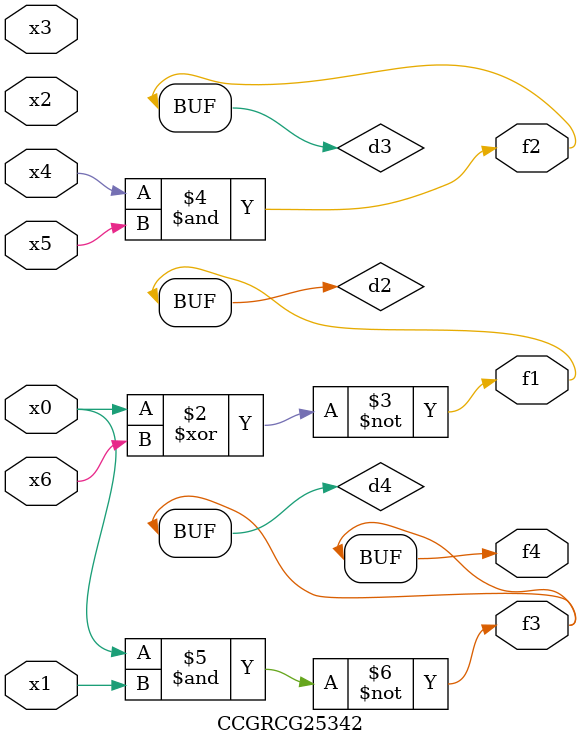
<source format=v>
module CCGRCG25342(
	input x0, x1, x2, x3, x4, x5, x6,
	output f1, f2, f3, f4
);

	wire d1, d2, d3, d4;

	nor (d1, x0);
	xnor (d2, x0, x6);
	and (d3, x4, x5);
	nand (d4, x0, x1);
	assign f1 = d2;
	assign f2 = d3;
	assign f3 = d4;
	assign f4 = d4;
endmodule

</source>
